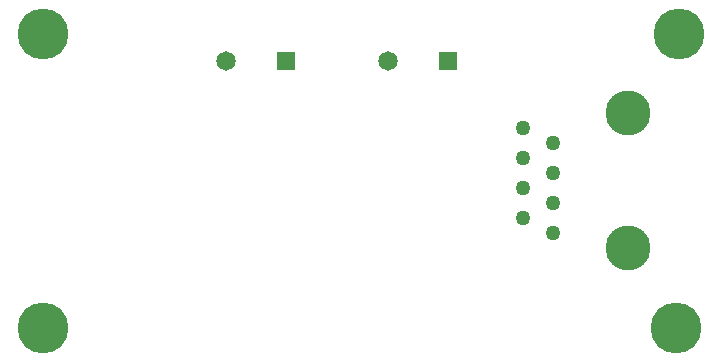
<source format=gbr>
%TF.GenerationSoftware,KiCad,Pcbnew,7.0.1*%
%TF.CreationDate,2023-04-09T11:27:42-07:00*%
%TF.ProjectId,RS485-Module,52533438-352d-44d6-9f64-756c652e6b69,rev?*%
%TF.SameCoordinates,Original*%
%TF.FileFunction,Soldermask,Bot*%
%TF.FilePolarity,Negative*%
%FSLAX46Y46*%
G04 Gerber Fmt 4.6, Leading zero omitted, Abs format (unit mm)*
G04 Created by KiCad (PCBNEW 7.0.1) date 2023-04-09 11:27:42*
%MOMM*%
%LPD*%
G01*
G04 APERTURE LIST*
%ADD10C,1.270000*%
%ADD11C,3.810000*%
%ADD12R,1.650000X1.650000*%
%ADD13C,1.650000*%
%ADD14C,4.300000*%
G04 APERTURE END LIST*
D10*
%TO.C,P4*%
X185674000Y-104013000D03*
X183134000Y-102743000D03*
X185674000Y-101473000D03*
X183134000Y-100203000D03*
X185674000Y-98933000D03*
X183134000Y-97663000D03*
X185674000Y-96393000D03*
X183134000Y-95123000D03*
D11*
X192024000Y-105283000D03*
X192024000Y-93853000D03*
%TD*%
D12*
%TO.C,P3*%
X176784000Y-89408000D03*
D13*
X171704000Y-89408000D03*
%TD*%
D12*
%TO.C,P2*%
X163068000Y-89408000D03*
D13*
X157988000Y-89408000D03*
%TD*%
D14*
%TO.C,H4*%
X142494000Y-112014000D03*
%TD*%
%TO.C,H3*%
X196088000Y-112014000D03*
%TD*%
%TO.C,H2*%
X196342000Y-87122000D03*
%TD*%
%TO.C,H1*%
X142494000Y-87122000D03*
%TD*%
M02*

</source>
